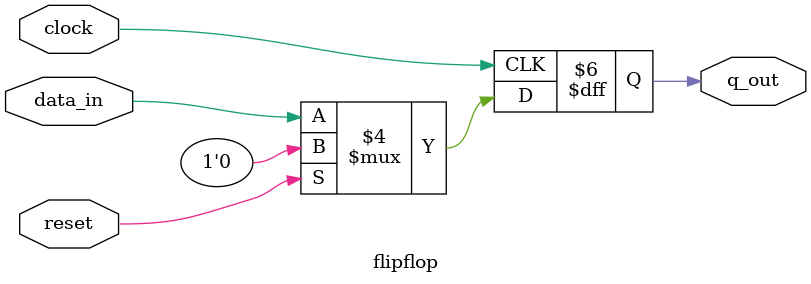
<source format=v>
`timescale 1ns / 1ns

module flipflop(input data_in, clock, reset, output reg q_out);

	always @(posedge clock)
	begin
	
		if (reset == 1'b1) begin
		
			// active-high, synchronous reset
			q_out <= 0;
		end else begin
			
			// data passes through to q
			q_out <= data_in;
		end
	
	end

endmodule

</source>
